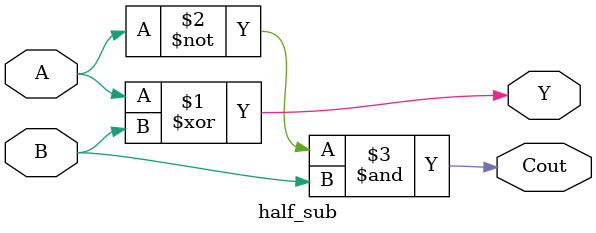
<source format=v>
module half_sub(
    // Declare your A/B inputs
    
    input A, B,
    
    // Declare Y output
    output Y, Cout
    
    // Declare carry output

);

    // Enter logic equation here
    assign Y = A ^ B;
    assign Cout = ~A & B;

    

endmodule// Implement module called full_adder
</source>
